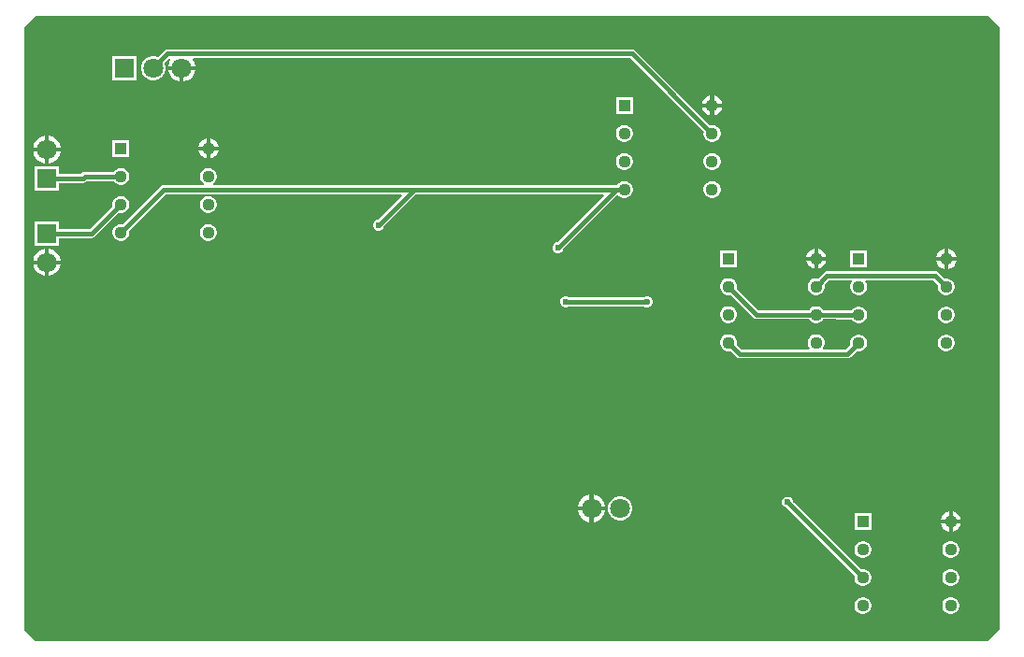
<source format=gbl>
G04*
G04 #@! TF.GenerationSoftware,Altium Limited,Altium Designer,24.0.1 (36)*
G04*
G04 Layer_Physical_Order=2*
G04 Layer_Color=16711680*
%FSLAX44Y44*%
%MOMM*%
G71*
G04*
G04 #@! TF.SameCoordinates,20C74B94-4111-4091-B890-7D796C08C91C*
G04*
G04*
G04 #@! TF.FilePolarity,Positive*
G04*
G01*
G75*
%ADD35C,0.4000*%
%ADD36R,1.1300X1.1300*%
%ADD37C,1.1300*%
%ADD38R,1.8000X1.8000*%
%ADD39C,1.8000*%
%ADD40R,1.8000X1.8000*%
%ADD41C,0.6000*%
G36*
X1292451Y1136944D02*
Y591056D01*
X1281944Y580549D01*
X420056D01*
X409549Y591056D01*
Y1102000D01*
Y1136944D01*
X420056Y1147451D01*
X1281944D01*
X1292451Y1136944D01*
D02*
G37*
%LPC*%
G36*
X959872Y1117106D02*
X959872Y1117106D01*
X539028D01*
X537467Y1116796D01*
X536144Y1115912D01*
X536144Y1115912D01*
X530396Y1110163D01*
X530246Y1110250D01*
X527448Y1111000D01*
X524552D01*
X521754Y1110250D01*
X519246Y1108802D01*
X517198Y1106754D01*
X515750Y1104246D01*
X515000Y1101448D01*
Y1098552D01*
X515750Y1095754D01*
X517198Y1093246D01*
X519246Y1091198D01*
X521754Y1089750D01*
X524552Y1089000D01*
X527448D01*
X530246Y1089750D01*
X532754Y1091198D01*
X534802Y1093246D01*
X536250Y1095754D01*
X537000Y1098552D01*
Y1101448D01*
X536250Y1104246D01*
X536164Y1104396D01*
X540439Y1108672D01*
X541112Y1108586D01*
X541314Y1108378D01*
X541765Y1107272D01*
X540352Y1104825D01*
X539528Y1101750D01*
X564472D01*
X563648Y1104825D01*
X562002Y1107675D01*
X561901Y1107776D01*
X562387Y1108950D01*
X958183D01*
X1024735Y1042397D01*
X1024550Y1041707D01*
Y1039693D01*
X1025071Y1037747D01*
X1026079Y1036003D01*
X1027503Y1034578D01*
X1029247Y1033571D01*
X1031193Y1033050D01*
X1033207D01*
X1035153Y1033571D01*
X1036897Y1034578D01*
X1038322Y1036003D01*
X1039329Y1037747D01*
X1039850Y1039693D01*
Y1041707D01*
X1039329Y1043653D01*
X1038322Y1045397D01*
X1036897Y1046822D01*
X1035153Y1047829D01*
X1033207Y1048350D01*
X1031193D01*
X1030503Y1048165D01*
X962756Y1115912D01*
X961433Y1116796D01*
X961174Y1116847D01*
X959872Y1117106D01*
D02*
G37*
G36*
X511000Y1111000D02*
X489000D01*
Y1089000D01*
X511000D01*
Y1111000D01*
D02*
G37*
G36*
X564472Y1098250D02*
X553750D01*
Y1087528D01*
X556825Y1088352D01*
X559675Y1089997D01*
X562002Y1092325D01*
X563648Y1095175D01*
X564472Y1098250D01*
D02*
G37*
G36*
X550250D02*
X539528D01*
X540352Y1095175D01*
X541997Y1092325D01*
X544325Y1089997D01*
X547175Y1088352D01*
X550250Y1087528D01*
Y1098250D01*
D02*
G37*
G36*
X1033950Y1075104D02*
Y1067850D01*
X1041204D01*
X1040726Y1069632D01*
X1039522Y1071718D01*
X1037818Y1073422D01*
X1035732Y1074626D01*
X1033950Y1075104D01*
D02*
G37*
G36*
X1030450D02*
X1028668Y1074626D01*
X1026582Y1073422D01*
X1024878Y1071718D01*
X1023674Y1069632D01*
X1023196Y1067850D01*
X1030450D01*
Y1075104D01*
D02*
G37*
G36*
X960450Y1073750D02*
X945150D01*
Y1058450D01*
X960450D01*
Y1073750D01*
D02*
G37*
G36*
X1041204Y1064350D02*
X1033950D01*
Y1057096D01*
X1035732Y1057574D01*
X1037818Y1058778D01*
X1039522Y1060482D01*
X1040726Y1062568D01*
X1041204Y1064350D01*
D02*
G37*
G36*
X1030450D02*
X1023196D01*
X1023674Y1062568D01*
X1024878Y1060482D01*
X1026582Y1058778D01*
X1028668Y1057574D01*
X1030450Y1057096D01*
Y1064350D01*
D02*
G37*
G36*
X953807Y1048350D02*
X951793D01*
X949847Y1047829D01*
X948103Y1046822D01*
X946679Y1045397D01*
X945672Y1043653D01*
X945150Y1041707D01*
Y1039693D01*
X945672Y1037747D01*
X946679Y1036003D01*
X948103Y1034578D01*
X949847Y1033571D01*
X951793Y1033050D01*
X953807D01*
X955753Y1033571D01*
X957497Y1034578D01*
X958922Y1036003D01*
X959929Y1037747D01*
X960450Y1039693D01*
Y1041707D01*
X959929Y1043653D01*
X958922Y1045397D01*
X957497Y1046822D01*
X955753Y1047829D01*
X953807Y1048350D01*
D02*
G37*
G36*
X577950Y1036104D02*
Y1028850D01*
X585204D01*
X584726Y1030632D01*
X583522Y1032718D01*
X581818Y1034422D01*
X579732Y1035626D01*
X577950Y1036104D01*
D02*
G37*
G36*
X574450D02*
X572668Y1035626D01*
X570582Y1034422D01*
X568878Y1032718D01*
X567674Y1030632D01*
X567196Y1028850D01*
X574450D01*
Y1036104D01*
D02*
G37*
G36*
X431750Y1038472D02*
Y1027750D01*
X442472D01*
X441648Y1030825D01*
X440003Y1033675D01*
X437675Y1036002D01*
X434825Y1037648D01*
X431750Y1038472D01*
D02*
G37*
G36*
X428250D02*
X425175Y1037648D01*
X422325Y1036002D01*
X419998Y1033675D01*
X418352Y1030825D01*
X417528Y1027750D01*
X428250D01*
Y1038472D01*
D02*
G37*
G36*
X504450Y1034750D02*
X489150D01*
Y1019450D01*
X504450D01*
Y1034750D01*
D02*
G37*
G36*
X585204Y1025350D02*
X577950D01*
Y1018096D01*
X579732Y1018573D01*
X581818Y1019778D01*
X583522Y1021482D01*
X584726Y1023568D01*
X585204Y1025350D01*
D02*
G37*
G36*
X574450D02*
X567196D01*
X567674Y1023568D01*
X568878Y1021482D01*
X570582Y1019778D01*
X572668Y1018573D01*
X574450Y1018096D01*
Y1025350D01*
D02*
G37*
G36*
X442472Y1024250D02*
X431750D01*
Y1013528D01*
X434825Y1014352D01*
X437675Y1015997D01*
X440003Y1018325D01*
X441648Y1021175D01*
X442472Y1024250D01*
D02*
G37*
G36*
X428250D02*
X417528D01*
X418352Y1021175D01*
X419998Y1018325D01*
X422325Y1015997D01*
X425175Y1014352D01*
X428250Y1013528D01*
Y1024250D01*
D02*
G37*
G36*
X1033207Y1022950D02*
X1031193D01*
X1029247Y1022429D01*
X1027503Y1021422D01*
X1026079Y1019997D01*
X1025071Y1018253D01*
X1024550Y1016307D01*
Y1014293D01*
X1025071Y1012347D01*
X1026079Y1010603D01*
X1027503Y1009178D01*
X1029247Y1008171D01*
X1031193Y1007650D01*
X1033207D01*
X1035153Y1008171D01*
X1036897Y1009178D01*
X1038322Y1010603D01*
X1039329Y1012347D01*
X1039850Y1014293D01*
Y1016307D01*
X1039329Y1018253D01*
X1038322Y1019997D01*
X1036897Y1021422D01*
X1035153Y1022429D01*
X1033207Y1022950D01*
D02*
G37*
G36*
X953807D02*
X951793D01*
X949847Y1022429D01*
X948103Y1021422D01*
X946679Y1019997D01*
X945672Y1018253D01*
X945150Y1016307D01*
Y1014293D01*
X945672Y1012347D01*
X946679Y1010603D01*
X948103Y1009178D01*
X949847Y1008171D01*
X951793Y1007650D01*
X953807D01*
X955753Y1008171D01*
X957497Y1009178D01*
X958922Y1010603D01*
X959929Y1012347D01*
X960450Y1014293D01*
Y1016307D01*
X959929Y1018253D01*
X958922Y1019997D01*
X957497Y1021422D01*
X955753Y1022429D01*
X953807Y1022950D01*
D02*
G37*
G36*
X441000Y1011000D02*
X419000D01*
Y989000D01*
X441000D01*
Y995922D01*
X462534D01*
X462534Y995922D01*
X464095Y996232D01*
X465418Y997116D01*
X465923Y997621D01*
X490321D01*
X490679Y997003D01*
X492103Y995578D01*
X493847Y994571D01*
X495793Y994050D01*
X497807D01*
X499753Y994571D01*
X501497Y995578D01*
X502922Y997003D01*
X503929Y998747D01*
X504450Y1000693D01*
Y1002707D01*
X503929Y1004653D01*
X502922Y1006397D01*
X501497Y1007821D01*
X499753Y1008829D01*
X497807Y1009350D01*
X495793D01*
X493847Y1008829D01*
X492103Y1007821D01*
X490679Y1006397D01*
X490321Y1005778D01*
X464234D01*
X462673Y1005468D01*
X461350Y1004584D01*
X461350Y1004584D01*
X460845Y1004078D01*
X441000D01*
Y1011000D01*
D02*
G37*
G36*
X577207Y1009350D02*
X575193D01*
X573247Y1008829D01*
X571503Y1007821D01*
X570079Y1006397D01*
X569071Y1004653D01*
X568550Y1002707D01*
Y1000693D01*
X569071Y998747D01*
X570079Y997003D01*
X571503Y995578D01*
X572074Y995248D01*
X571734Y993978D01*
X535800D01*
X535800Y993978D01*
X534240Y993668D01*
X532916Y992784D01*
X498498Y958365D01*
X497807Y958550D01*
X495793D01*
X493847Y958028D01*
X492103Y957021D01*
X490679Y955597D01*
X489672Y953853D01*
X489150Y951907D01*
Y949893D01*
X489672Y947947D01*
X490679Y946203D01*
X492103Y944778D01*
X493847Y943771D01*
X495793Y943250D01*
X497807D01*
X499753Y943771D01*
X501497Y944778D01*
X502922Y946203D01*
X503929Y947947D01*
X504450Y949893D01*
Y951907D01*
X504265Y952597D01*
X537490Y985822D01*
X750811D01*
X751297Y984648D01*
X729228Y962580D01*
X729001D01*
X727164Y961819D01*
X725757Y960412D01*
X724996Y958575D01*
Y956585D01*
X725757Y954748D01*
X727164Y953341D01*
X729001Y952580D01*
X730991D01*
X732828Y953341D01*
X734235Y954748D01*
X734996Y956585D01*
Y956812D01*
X764005Y985822D01*
X933945D01*
X934431Y984648D01*
X891788Y942006D01*
X891561D01*
X889724Y941245D01*
X888317Y939838D01*
X887556Y938001D01*
Y936011D01*
X888317Y934174D01*
X889724Y932767D01*
X891561Y932006D01*
X893551D01*
X895388Y932767D01*
X896795Y934174D01*
X897556Y936011D01*
Y936238D01*
X946539Y985221D01*
X946679Y985203D01*
X948103Y983778D01*
X949847Y982771D01*
X951793Y982250D01*
X953807D01*
X955753Y982771D01*
X957497Y983778D01*
X958922Y985203D01*
X959929Y986947D01*
X960450Y988893D01*
Y990907D01*
X959929Y992853D01*
X958922Y994597D01*
X957497Y996021D01*
X955753Y997029D01*
X953807Y997550D01*
X951793D01*
X949847Y997029D01*
X948103Y996021D01*
X946679Y994597D01*
X946321Y993978D01*
X945450D01*
X945450Y993978D01*
X945450Y993978D01*
X762316D01*
X762316Y993978D01*
X762316Y993978D01*
X580666D01*
X580326Y995248D01*
X580897Y995578D01*
X582322Y997003D01*
X583329Y998747D01*
X583850Y1000693D01*
Y1002707D01*
X583329Y1004653D01*
X582322Y1006397D01*
X580897Y1007821D01*
X579153Y1008829D01*
X577207Y1009350D01*
D02*
G37*
G36*
X1033207Y997550D02*
X1031193D01*
X1029247Y997029D01*
X1027503Y996021D01*
X1026079Y994597D01*
X1025071Y992853D01*
X1024550Y990907D01*
Y988893D01*
X1025071Y986947D01*
X1026079Y985203D01*
X1027503Y983778D01*
X1029247Y982771D01*
X1031193Y982250D01*
X1033207D01*
X1035153Y982771D01*
X1036897Y983778D01*
X1038322Y985203D01*
X1039329Y986947D01*
X1039850Y988893D01*
Y990907D01*
X1039329Y992853D01*
X1038322Y994597D01*
X1036897Y996021D01*
X1035153Y997029D01*
X1033207Y997550D01*
D02*
G37*
G36*
X577207Y983950D02*
X575193D01*
X573247Y983428D01*
X571503Y982421D01*
X570079Y980997D01*
X569071Y979253D01*
X568550Y977307D01*
Y975293D01*
X569071Y973347D01*
X570079Y971603D01*
X571503Y970178D01*
X573247Y969171D01*
X575193Y968650D01*
X577207D01*
X579153Y969171D01*
X580897Y970178D01*
X582322Y971603D01*
X583329Y973347D01*
X583850Y975293D01*
Y977307D01*
X583329Y979253D01*
X582322Y980997D01*
X580897Y982421D01*
X579153Y983428D01*
X577207Y983950D01*
D02*
G37*
G36*
X497807D02*
X495793D01*
X493847Y983428D01*
X492103Y982421D01*
X490679Y980997D01*
X489672Y979253D01*
X489150Y977307D01*
Y975293D01*
X489335Y974602D01*
X468811Y954079D01*
X441000D01*
Y961000D01*
X419000D01*
Y939000D01*
X441000D01*
Y945922D01*
X470500D01*
X470500Y945922D01*
X472061Y946232D01*
X473384Y947116D01*
X495103Y968835D01*
X495793Y968650D01*
X497807D01*
X499753Y969171D01*
X501497Y970178D01*
X502922Y971603D01*
X503929Y973347D01*
X504450Y975293D01*
Y977307D01*
X503929Y979253D01*
X502922Y980997D01*
X501497Y982421D01*
X499753Y983428D01*
X497807Y983950D01*
D02*
G37*
G36*
X577207Y958550D02*
X575193D01*
X573247Y958028D01*
X571503Y957021D01*
X570079Y955597D01*
X569071Y953853D01*
X568550Y951907D01*
Y949893D01*
X569071Y947947D01*
X570079Y946203D01*
X571503Y944778D01*
X573247Y943771D01*
X575193Y943250D01*
X577207D01*
X579153Y943771D01*
X580897Y944778D01*
X582322Y946203D01*
X583329Y947947D01*
X583850Y949893D01*
Y951907D01*
X583329Y953853D01*
X582322Y955597D01*
X580897Y957021D01*
X579153Y958028D01*
X577207Y958550D01*
D02*
G37*
G36*
X1128150Y936404D02*
Y929150D01*
X1135404D01*
X1134927Y930932D01*
X1133722Y933018D01*
X1132018Y934722D01*
X1129932Y935927D01*
X1128150Y936404D01*
D02*
G37*
G36*
X1124650D02*
X1122868Y935927D01*
X1120782Y934722D01*
X1119078Y933018D01*
X1117874Y930932D01*
X1117396Y929150D01*
X1124650D01*
Y936404D01*
D02*
G37*
G36*
X1245950Y936104D02*
Y928850D01*
X1253204D01*
X1252727Y930632D01*
X1251522Y932718D01*
X1249818Y934422D01*
X1247732Y935626D01*
X1245950Y936104D01*
D02*
G37*
G36*
X1242450D02*
X1240668Y935626D01*
X1238582Y934422D01*
X1236878Y932718D01*
X1235674Y930632D01*
X1235196Y928850D01*
X1242450D01*
Y936104D01*
D02*
G37*
G36*
X431750Y936472D02*
Y925750D01*
X442472D01*
X441648Y928825D01*
X440003Y931675D01*
X437675Y934003D01*
X434825Y935648D01*
X431750Y936472D01*
D02*
G37*
G36*
X428250D02*
X425175Y935648D01*
X422325Y934003D01*
X419998Y931675D01*
X418352Y928825D01*
X417528Y925750D01*
X428250D01*
Y936472D01*
D02*
G37*
G36*
X1054650Y935050D02*
X1039350D01*
Y919750D01*
X1054650D01*
Y935050D01*
D02*
G37*
G36*
X1172450Y934750D02*
X1157150D01*
Y919450D01*
X1172450D01*
Y934750D01*
D02*
G37*
G36*
X1135404Y925650D02*
X1128150D01*
Y918396D01*
X1129932Y918874D01*
X1132018Y920078D01*
X1133722Y921782D01*
X1134927Y923868D01*
X1135404Y925650D01*
D02*
G37*
G36*
X1124650D02*
X1117396D01*
X1117874Y923868D01*
X1119078Y921782D01*
X1120782Y920078D01*
X1122868Y918874D01*
X1124650Y918396D01*
Y925650D01*
D02*
G37*
G36*
X1253204Y925350D02*
X1245950D01*
Y918096D01*
X1247732Y918574D01*
X1249818Y919778D01*
X1251522Y921482D01*
X1252727Y923568D01*
X1253204Y925350D01*
D02*
G37*
G36*
X1242450D02*
X1235196D01*
X1235674Y923568D01*
X1236878Y921482D01*
X1238582Y919778D01*
X1240668Y918574D01*
X1242450Y918096D01*
Y925350D01*
D02*
G37*
G36*
X442472Y922250D02*
X431750D01*
Y911528D01*
X434825Y912352D01*
X437675Y913998D01*
X440003Y916325D01*
X441648Y919175D01*
X442472Y922250D01*
D02*
G37*
G36*
X428250D02*
X417528D01*
X418352Y919175D01*
X419998Y916325D01*
X422325Y913998D01*
X425175Y912352D01*
X428250Y911528D01*
Y922250D01*
D02*
G37*
G36*
X1234040Y915938D02*
X1234040Y915938D01*
X1136260D01*
X1134699Y915628D01*
X1133376Y914744D01*
X1133376Y914744D01*
X1128098Y909465D01*
X1127407Y909650D01*
X1125393D01*
X1123447Y909129D01*
X1121703Y908122D01*
X1120279Y906697D01*
X1119271Y904953D01*
X1118750Y903007D01*
Y900993D01*
X1119271Y899047D01*
X1120279Y897303D01*
X1121703Y895879D01*
X1123447Y894872D01*
X1125393Y894350D01*
X1127407D01*
X1129353Y894872D01*
X1131097Y895879D01*
X1132522Y897303D01*
X1133529Y899047D01*
X1134050Y900993D01*
Y903007D01*
X1133865Y903698D01*
X1137949Y907782D01*
X1158403D01*
X1158889Y906608D01*
X1158678Y906397D01*
X1157671Y904653D01*
X1157150Y902707D01*
Y900693D01*
X1157671Y898747D01*
X1158678Y897003D01*
X1160103Y895579D01*
X1161847Y894571D01*
X1163793Y894050D01*
X1165807D01*
X1167753Y894571D01*
X1169497Y895579D01*
X1170921Y897003D01*
X1171928Y898747D01*
X1172450Y900693D01*
Y902707D01*
X1171928Y904653D01*
X1170921Y906397D01*
X1170710Y906608D01*
X1171196Y907782D01*
X1232351D01*
X1236735Y903397D01*
X1236550Y902707D01*
Y900693D01*
X1237072Y898747D01*
X1238079Y897003D01*
X1239503Y895579D01*
X1241247Y894571D01*
X1243193Y894050D01*
X1245207D01*
X1247153Y894571D01*
X1248897Y895579D01*
X1250322Y897003D01*
X1251329Y898747D01*
X1251850Y900693D01*
Y902707D01*
X1251329Y904653D01*
X1250322Y906397D01*
X1248897Y907822D01*
X1247153Y908829D01*
X1245207Y909350D01*
X1243193D01*
X1242503Y909165D01*
X1236924Y914744D01*
X1235601Y915628D01*
X1235342Y915679D01*
X1234040Y915938D01*
D02*
G37*
G36*
X974086Y893238D02*
X972097D01*
X970259Y892477D01*
X970099Y892316D01*
X902661D01*
X902500Y892477D01*
X900663Y893238D01*
X898673D01*
X896836Y892477D01*
X895429Y891070D01*
X894668Y889233D01*
Y887243D01*
X895429Y885406D01*
X896836Y883999D01*
X898673Y883238D01*
X900663D01*
X902500Y883999D01*
X902661Y884160D01*
X970099D01*
X970259Y883999D01*
X972097Y883238D01*
X974086D01*
X975924Y883999D01*
X977331Y885406D01*
X978092Y887243D01*
Y889233D01*
X977331Y891070D01*
X975924Y892477D01*
X974086Y893238D01*
D02*
G37*
G36*
X1048007Y884250D02*
X1045993D01*
X1044047Y883729D01*
X1042303Y882722D01*
X1040879Y881297D01*
X1039872Y879553D01*
X1039350Y877607D01*
Y875593D01*
X1039872Y873647D01*
X1040879Y871903D01*
X1042303Y870479D01*
X1044047Y869472D01*
X1045993Y868950D01*
X1048007D01*
X1049953Y869472D01*
X1051697Y870479D01*
X1053122Y871903D01*
X1054129Y873647D01*
X1054650Y875593D01*
Y877607D01*
X1054129Y879553D01*
X1053122Y881297D01*
X1051697Y882722D01*
X1049953Y883729D01*
X1048007Y884250D01*
D02*
G37*
G36*
X1245207Y883950D02*
X1243193D01*
X1241247Y883429D01*
X1239503Y882421D01*
X1238079Y880997D01*
X1237072Y879253D01*
X1236550Y877307D01*
Y875293D01*
X1237072Y873347D01*
X1238079Y871603D01*
X1239503Y870179D01*
X1241247Y869171D01*
X1243193Y868650D01*
X1245207D01*
X1247153Y869171D01*
X1248897Y870179D01*
X1250322Y871603D01*
X1251329Y873347D01*
X1251850Y875293D01*
Y877307D01*
X1251329Y879253D01*
X1250322Y880997D01*
X1248897Y882421D01*
X1247153Y883429D01*
X1245207Y883950D01*
D02*
G37*
G36*
X1048007Y909650D02*
X1045993D01*
X1044047Y909129D01*
X1042303Y908122D01*
X1040879Y906697D01*
X1039872Y904953D01*
X1039350Y903007D01*
Y900993D01*
X1039872Y899047D01*
X1040879Y897303D01*
X1042303Y895879D01*
X1044047Y894872D01*
X1045993Y894350D01*
X1048007D01*
X1048698Y894535D01*
X1069516Y873717D01*
X1069516Y873716D01*
X1070839Y872832D01*
X1072400Y872522D01*
X1072400Y872522D01*
X1119921D01*
X1120279Y871903D01*
X1121703Y870479D01*
X1123447Y869472D01*
X1125393Y868950D01*
X1127407D01*
X1129353Y869472D01*
X1131097Y870479D01*
X1132522Y871903D01*
X1132879Y872522D01*
X1144077D01*
X1145586Y872222D01*
X1145586Y872222D01*
X1158321D01*
X1158678Y871603D01*
X1160103Y870179D01*
X1161847Y869171D01*
X1163793Y868650D01*
X1165807D01*
X1167753Y869171D01*
X1169497Y870179D01*
X1170921Y871603D01*
X1171928Y873347D01*
X1172450Y875293D01*
Y877307D01*
X1171928Y879253D01*
X1170921Y880997D01*
X1169497Y882421D01*
X1167753Y883429D01*
X1165807Y883950D01*
X1163793D01*
X1161847Y883429D01*
X1160103Y882421D01*
X1158678Y880997D01*
X1158321Y880378D01*
X1146795D01*
X1145286Y880679D01*
X1145286Y880679D01*
X1132879D01*
X1132522Y881297D01*
X1131097Y882722D01*
X1129353Y883729D01*
X1127407Y884250D01*
X1125393D01*
X1123447Y883729D01*
X1121703Y882722D01*
X1120279Y881297D01*
X1119921Y880679D01*
X1074090D01*
X1054465Y900303D01*
X1054650Y900993D01*
Y903007D01*
X1054129Y904953D01*
X1053122Y906697D01*
X1051697Y908122D01*
X1049953Y909129D01*
X1048007Y909650D01*
D02*
G37*
G36*
X1127407Y858850D02*
X1125393D01*
X1123447Y858329D01*
X1121703Y857322D01*
X1120279Y855897D01*
X1119271Y854153D01*
X1118750Y852207D01*
Y850193D01*
X1119271Y848247D01*
X1120279Y846503D01*
X1120439Y846342D01*
X1119913Y845072D01*
X1058896D01*
X1054465Y849503D01*
X1054650Y850193D01*
Y852207D01*
X1054129Y854153D01*
X1053122Y855897D01*
X1051697Y857322D01*
X1049953Y858329D01*
X1048007Y858850D01*
X1045993D01*
X1044047Y858329D01*
X1042303Y857322D01*
X1040879Y855897D01*
X1039872Y854153D01*
X1039350Y852207D01*
Y850193D01*
X1039872Y848247D01*
X1040879Y846503D01*
X1042303Y845079D01*
X1044047Y844072D01*
X1045993Y843550D01*
X1048007D01*
X1048698Y843735D01*
X1054323Y838110D01*
X1054323Y838110D01*
X1055646Y837226D01*
X1057206Y836916D01*
X1154894D01*
X1154894Y836916D01*
X1156454Y837226D01*
X1157778Y838110D01*
X1163102Y843435D01*
X1163793Y843250D01*
X1165807D01*
X1167753Y843771D01*
X1169497Y844779D01*
X1170921Y846203D01*
X1171928Y847947D01*
X1172450Y849893D01*
Y851907D01*
X1171928Y853853D01*
X1170921Y855597D01*
X1169497Y857021D01*
X1167753Y858029D01*
X1165807Y858550D01*
X1163793D01*
X1161847Y858029D01*
X1160103Y857021D01*
X1158678Y855597D01*
X1157671Y853853D01*
X1157150Y851907D01*
Y849893D01*
X1157335Y849203D01*
X1153204Y845072D01*
X1132887D01*
X1132361Y846342D01*
X1132522Y846503D01*
X1133529Y848247D01*
X1134050Y850193D01*
Y852207D01*
X1133529Y854153D01*
X1132522Y855897D01*
X1131097Y857322D01*
X1129353Y858329D01*
X1127407Y858850D01*
D02*
G37*
G36*
X1245207Y858550D02*
X1243193D01*
X1241247Y858029D01*
X1239503Y857021D01*
X1238079Y855597D01*
X1237072Y853853D01*
X1236550Y851907D01*
Y849893D01*
X1237072Y847947D01*
X1238079Y846203D01*
X1239503Y844779D01*
X1241247Y843771D01*
X1243193Y843250D01*
X1245207D01*
X1247153Y843771D01*
X1248897Y844779D01*
X1250322Y846203D01*
X1251329Y847947D01*
X1251850Y849893D01*
Y851907D01*
X1251329Y853853D01*
X1250322Y855597D01*
X1248897Y857021D01*
X1247153Y858029D01*
X1245207Y858550D01*
D02*
G37*
G36*
X924750Y713472D02*
Y702750D01*
X935472D01*
X934648Y705825D01*
X933002Y708675D01*
X930675Y711002D01*
X927825Y712648D01*
X924750Y713472D01*
D02*
G37*
G36*
X921250D02*
X918175Y712648D01*
X915325Y711002D01*
X912998Y708675D01*
X911352Y705825D01*
X910528Y702750D01*
X921250D01*
Y713472D01*
D02*
G37*
G36*
X1249950Y698104D02*
Y690850D01*
X1257204D01*
X1256727Y692632D01*
X1255522Y694718D01*
X1253818Y696422D01*
X1251732Y697626D01*
X1249950Y698104D01*
D02*
G37*
G36*
X1246450D02*
X1244668Y697626D01*
X1242582Y696422D01*
X1240878Y694718D01*
X1239674Y692632D01*
X1239196Y690850D01*
X1246450D01*
Y698104D01*
D02*
G37*
G36*
X950448Y712000D02*
X947552D01*
X944754Y711250D01*
X942246Y709802D01*
X940198Y707754D01*
X938749Y705246D01*
X938000Y702448D01*
Y699552D01*
X938749Y696754D01*
X940198Y694246D01*
X942246Y692198D01*
X944754Y690750D01*
X947552Y690000D01*
X950448D01*
X953246Y690750D01*
X955754Y692198D01*
X957802Y694246D01*
X959250Y696754D01*
X960000Y699552D01*
Y702448D01*
X959250Y705246D01*
X957802Y707754D01*
X955754Y709802D01*
X953246Y711250D01*
X950448Y712000D01*
D02*
G37*
G36*
X935472Y699250D02*
X924750D01*
Y688528D01*
X927825Y689352D01*
X930675Y690997D01*
X933002Y693325D01*
X934648Y696175D01*
X935472Y699250D01*
D02*
G37*
G36*
X921250D02*
X910528D01*
X911352Y696175D01*
X912998Y693325D01*
X915325Y690997D01*
X918175Y689352D01*
X921250Y688528D01*
Y699250D01*
D02*
G37*
G36*
X1176450Y696750D02*
X1161150D01*
Y681450D01*
X1176450D01*
Y696750D01*
D02*
G37*
G36*
X1257204Y687350D02*
X1249950D01*
Y680096D01*
X1251732Y680574D01*
X1253818Y681778D01*
X1255522Y683482D01*
X1256727Y685568D01*
X1257204Y687350D01*
D02*
G37*
G36*
X1246450D02*
X1239196D01*
X1239674Y685568D01*
X1240878Y683482D01*
X1242582Y681778D01*
X1244668Y680574D01*
X1246450Y680096D01*
Y687350D01*
D02*
G37*
G36*
X1249207Y671350D02*
X1247193D01*
X1245247Y670829D01*
X1243503Y669821D01*
X1242079Y668397D01*
X1241071Y666653D01*
X1240550Y664707D01*
Y662693D01*
X1241071Y660747D01*
X1242079Y659003D01*
X1243503Y657578D01*
X1245247Y656571D01*
X1247193Y656050D01*
X1249207D01*
X1251153Y656571D01*
X1252897Y657578D01*
X1254322Y659003D01*
X1255329Y660747D01*
X1255850Y662693D01*
Y664707D01*
X1255329Y666653D01*
X1254322Y668397D01*
X1252897Y669821D01*
X1251153Y670829D01*
X1249207Y671350D01*
D02*
G37*
G36*
X1169807D02*
X1167793D01*
X1165847Y670829D01*
X1164103Y669821D01*
X1162678Y668397D01*
X1161671Y666653D01*
X1161150Y664707D01*
Y662693D01*
X1161671Y660747D01*
X1162678Y659003D01*
X1164103Y657578D01*
X1165847Y656571D01*
X1167793Y656050D01*
X1169807D01*
X1171753Y656571D01*
X1173497Y657578D01*
X1174921Y659003D01*
X1175928Y660747D01*
X1176450Y662693D01*
Y664707D01*
X1175928Y666653D01*
X1174921Y668397D01*
X1173497Y669821D01*
X1171753Y670829D01*
X1169807Y671350D01*
D02*
G37*
G36*
X1249207Y645950D02*
X1247193D01*
X1245247Y645429D01*
X1243503Y644421D01*
X1242079Y642997D01*
X1241071Y641253D01*
X1240550Y639307D01*
Y637293D01*
X1241071Y635347D01*
X1242079Y633603D01*
X1243503Y632178D01*
X1245247Y631171D01*
X1247193Y630650D01*
X1249207D01*
X1251153Y631171D01*
X1252897Y632178D01*
X1254322Y633603D01*
X1255329Y635347D01*
X1255850Y637293D01*
Y639307D01*
X1255329Y641253D01*
X1254322Y642997D01*
X1252897Y644421D01*
X1251153Y645429D01*
X1249207Y645950D01*
D02*
G37*
G36*
X1101577Y711518D02*
X1099587D01*
X1097750Y710757D01*
X1096343Y709350D01*
X1095582Y707512D01*
Y705523D01*
X1096343Y703686D01*
X1097750Y702279D01*
X1099587Y701518D01*
X1099814D01*
X1161335Y639997D01*
X1161150Y639307D01*
Y637293D01*
X1161671Y635347D01*
X1162678Y633603D01*
X1164103Y632178D01*
X1165847Y631171D01*
X1167793Y630650D01*
X1169807D01*
X1171753Y631171D01*
X1173497Y632178D01*
X1174921Y633603D01*
X1175928Y635347D01*
X1176450Y637293D01*
Y639307D01*
X1175928Y641253D01*
X1174921Y642997D01*
X1173497Y644421D01*
X1171753Y645429D01*
X1169807Y645950D01*
X1167793D01*
X1167102Y645765D01*
X1105582Y707286D01*
Y707512D01*
X1104821Y709350D01*
X1103414Y710757D01*
X1101577Y711518D01*
D02*
G37*
G36*
X1249207Y620550D02*
X1247193D01*
X1245247Y620029D01*
X1243503Y619021D01*
X1242079Y617597D01*
X1241071Y615853D01*
X1240550Y613907D01*
Y611893D01*
X1241071Y609947D01*
X1242079Y608203D01*
X1243503Y606778D01*
X1245247Y605771D01*
X1247193Y605250D01*
X1249207D01*
X1251153Y605771D01*
X1252897Y606778D01*
X1254322Y608203D01*
X1255329Y609947D01*
X1255850Y611893D01*
Y613907D01*
X1255329Y615853D01*
X1254322Y617597D01*
X1252897Y619021D01*
X1251153Y620029D01*
X1249207Y620550D01*
D02*
G37*
G36*
X1169807D02*
X1167793D01*
X1165847Y620029D01*
X1164103Y619021D01*
X1162678Y617597D01*
X1161671Y615853D01*
X1161150Y613907D01*
Y611893D01*
X1161671Y609947D01*
X1162678Y608203D01*
X1164103Y606778D01*
X1165847Y605771D01*
X1167793Y605250D01*
X1169807D01*
X1171753Y605771D01*
X1173497Y606778D01*
X1174921Y608203D01*
X1175928Y609947D01*
X1176450Y611893D01*
Y613907D01*
X1175928Y615853D01*
X1174921Y617597D01*
X1173497Y619021D01*
X1171753Y620029D01*
X1169807Y620550D01*
D02*
G37*
%LPD*%
D35*
X535800Y989900D02*
X762316D01*
X945450D02*
X952800D01*
X762316D02*
X945450D01*
X526000Y1100000D02*
X539028Y1113028D01*
X959872D01*
X1032200Y1040700D01*
X1126400Y902000D02*
X1136260Y911860D01*
X1234040D01*
X1244200Y901700D01*
X1047000Y851200D02*
X1057206Y840994D01*
X1154894D01*
X1164800Y850900D01*
X729996Y957580D02*
X762316Y989900D01*
X892556Y937006D02*
X945450Y989900D01*
X1072400Y876600D02*
X1126400D01*
X1047000Y902000D02*
X1072400Y876600D01*
X899668Y888238D02*
X973092D01*
X1100582Y706518D02*
X1168800Y638300D01*
X496800Y950900D02*
X535800Y989900D01*
X430000Y950000D02*
X470500D01*
X496800Y976300D01*
X464234Y1001700D02*
X496800D01*
X462534Y1000000D02*
X464234Y1001700D01*
X430000Y1000000D02*
X462534D01*
X1145586Y876300D02*
X1164800D01*
X1145286Y876600D02*
X1145586Y876300D01*
X1126400Y876600D02*
X1145286D01*
D36*
X952800Y1066100D02*
D03*
X496800Y1027100D02*
D03*
X1047000Y927400D02*
D03*
X1164800Y927100D02*
D03*
X1168800Y689100D02*
D03*
D37*
X952800Y1040700D02*
D03*
Y1015300D02*
D03*
Y989900D02*
D03*
X1032200D02*
D03*
Y1015300D02*
D03*
Y1040700D02*
D03*
Y1066100D02*
D03*
X496800Y1001700D02*
D03*
Y976300D02*
D03*
Y950900D02*
D03*
X576200D02*
D03*
Y976300D02*
D03*
Y1001700D02*
D03*
Y1027100D02*
D03*
X1047000Y902000D02*
D03*
Y876600D02*
D03*
Y851200D02*
D03*
X1126400D02*
D03*
Y876600D02*
D03*
Y902000D02*
D03*
Y927400D02*
D03*
X1164800Y901700D02*
D03*
Y876300D02*
D03*
Y850900D02*
D03*
X1244200D02*
D03*
Y876300D02*
D03*
Y901700D02*
D03*
Y927100D02*
D03*
X1168800Y663700D02*
D03*
Y638300D02*
D03*
Y612900D02*
D03*
X1248200D02*
D03*
Y638300D02*
D03*
Y663700D02*
D03*
Y689100D02*
D03*
D38*
X500000Y1100000D02*
D03*
D39*
X552000D02*
D03*
X526000D02*
D03*
X430000Y1026000D02*
D03*
Y924000D02*
D03*
X923000Y701000D02*
D03*
X949000D02*
D03*
D40*
X430000Y1000000D02*
D03*
Y950000D02*
D03*
D41*
X729996Y957580D02*
D03*
X892556Y937006D02*
D03*
X899668Y888238D02*
D03*
X973092D02*
D03*
X1100582Y706518D02*
D03*
M02*

</source>
